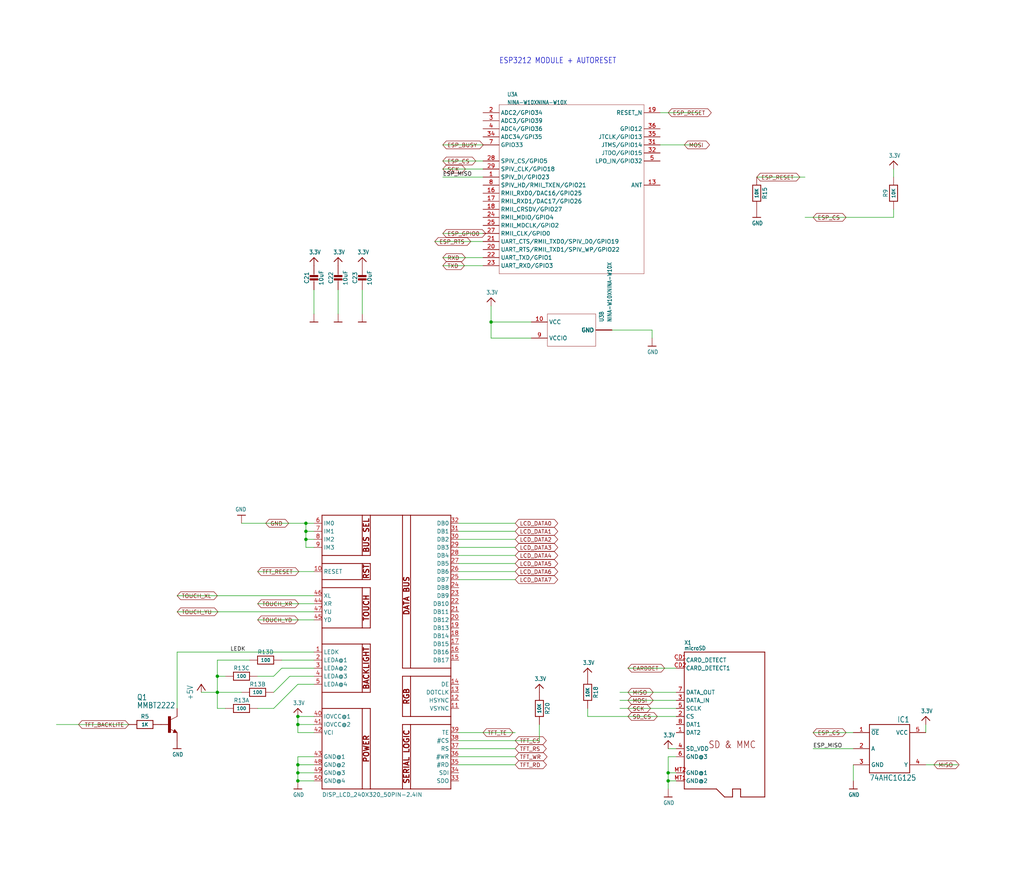
<source format=kicad_sch>
(kicad_sch (version 20230121) (generator eeschema)
  (paper "User" 323.113 274.422)
  (lib_symbols
    (symbol "working-eagle-import:-NPN-SOT23-BEC"
      (property "Reference" "T" (at -10.16 7.62 0))
      (symbol "-NPN-SOT23-BEC_1_0"
        (rectangle (start -0.254 -2.54) (end 0.508 2.54) (fill (type outline)))
        (polyline (pts (xy 1.27 -2.54) (xy 1.778 -1.524)) (stroke (width 0.1524)))
        (polyline (pts (xy 1.524 -2.413) (xy 2.286 -2.413)) (stroke (width 0.254)))
        (polyline (pts (xy 1.524 -2.286) (xy 1.905 -2.286)) (stroke (width 0.254)))
        (polyline (pts (xy 1.54 -2.04) (xy 0.308 -1.424)) (stroke (width 0.1524)))
        (polyline (pts (xy 1.778 -1.778) (xy 1.524 -2.286)) (stroke (width 0.254)))
        (polyline (pts (xy 1.778 -1.524) (xy 2.54 -2.54)) (stroke (width 0.1524)))
        (polyline (pts (xy 1.905 -2.286) (xy 1.778 -2.032)) (stroke (width 0.254)))
        (polyline (pts (xy 2.286 -2.413) (xy 1.778 -1.778)) (stroke (width 0.254)))
        (polyline (pts (xy 2.54 -2.54) (xy 1.27 -2.54)) (stroke (width 0.1524)))
        (polyline (pts (xy 2.54 2.54) (xy 0.508 1.524)) (stroke (width 0.1524)))
        (pin passive line (at -2.54 0 0) (length 2.54) (name "B") (number "B"))
        (pin passive line (at 2.54 5.08 270) (length 2.54) (name "C") (number "C"))
        (pin passive line (at 2.54 -5.08 90) (length 2.54) (name "E") (number "E"))
      )
    )
    (symbol "working-eagle-import:3.3V" (power)
      (property "Value" "3.3V" (at -1.524 1.016 0))
      (symbol "3.3V_1_0"
        (polyline (pts (xy -1.27 -1.27) (xy 0 0)) (stroke (width 0.254)))
        (polyline (pts (xy 0 0) (xy 1.27 -1.27)) (stroke (width 0.254)))
        (pin power_in line (at 0 -2.54 90) (length 2.54) (name "3.3V") (number "1"))
      )
    )
    (symbol "working-eagle-import:74AHC1G125"
      (property "Reference" "IC" (at 7.62 10.16 0))
      (symbol "74AHC1G125_1_0"
        (polyline (pts (xy -5.08 -7.62) (xy -5.08 7.62)) (stroke (width 0.254)))
        (polyline (pts (xy -5.08 7.62) (xy 7.62 7.62)) (stroke (width 0.254)))
        (polyline (pts (xy 7.62 -7.62) (xy -5.08 -7.62)) (stroke (width 0.254)))
        (polyline (pts (xy 7.62 7.62) (xy 7.62 -7.62)) (stroke (width 0.254)))
        (pin input line (at -10.16 5.08 0) (length 5.08) (name "~{OE}") (number "1"))
        (pin input line (at -10.16 0 0) (length 5.08) (name "A") (number "2"))
        (pin power_in line (at -10.16 -5.08 0) (length 5.08) (name "GND") (number "3"))
        (pin output line (at 12.7 -5.08 180) (length 5.08) (name "Y") (number "4"))
        (pin power_in line (at 12.7 5.08 180) (length 5.08) (name "VCC") (number "5"))
      )
    )
    (symbol "working-eagle-import:CAP_CERAMIC0805-NOOUTLINE"
      (property "Reference" "C" (at -2.29 1.25 90))
      (symbol "CAP_CERAMIC0805-NOOUTLINE_1_0"
        (rectangle (start -1.27 0.508) (end 1.27 1.016) (fill (type outline)))
        (rectangle (start -1.27 1.524) (end 1.27 2.032) (fill (type outline)))
        (polyline (pts (xy 0 0.762) (xy 0 0)) (stroke (width 0.1524)))
        (polyline (pts (xy 0 2.54) (xy 0 1.778)) (stroke (width 0.1524)))
        (pin passive line (at 0 5.08 270) (length 2.54) (name "1") (number "1"))
        (pin passive line (at 0 -2.54 90) (length 2.54) (name "2") (number "2"))
      )
    )
    (symbol "working-eagle-import:DISP_LCD_240X320_50PIN-2.4IN"
      (symbol "DISP_LCD_240X320_50PIN-2.4IN_1_0"
        (polyline (pts (xy -20.32 -45.72) (xy -20.32 -20.32)) (stroke (width 0.254)))
        (polyline (pts (xy -20.32 -20.32) (xy -20.32 -15.24)) (stroke (width 0.254)))
        (polyline (pts (xy -20.32 -20.32) (xy -7.62 -20.32)) (stroke (width 0.254)))
        (polyline (pts (xy -20.32 -15.24) (xy -20.32 0)) (stroke (width 0.254)))
        (polyline (pts (xy -20.32 0) (xy -20.32 5.08)) (stroke (width 0.254)))
        (polyline (pts (xy -20.32 0) (xy -7.62 0)) (stroke (width 0.254)))
        (polyline (pts (xy -20.32 5.08) (xy -20.32 17.78)) (stroke (width 0.254)))
        (polyline (pts (xy -20.32 17.78) (xy -20.32 20.32)) (stroke (width 0.254)))
        (polyline (pts (xy -20.32 17.78) (xy -7.62 17.78)) (stroke (width 0.254)))
        (polyline (pts (xy -20.32 20.32) (xy -20.32 25.4)) (stroke (width 0.254)))
        (polyline (pts (xy -20.32 25.4) (xy -20.32 27.94)) (stroke (width 0.254)))
        (polyline (pts (xy -20.32 25.4) (xy -7.62 25.4)) (stroke (width 0.254)))
        (polyline (pts (xy -20.32 27.94) (xy -20.32 40.64)) (stroke (width 0.254)))
        (polyline (pts (xy -20.32 27.94) (xy -7.62 27.94)) (stroke (width 0.254)))
        (polyline (pts (xy -20.32 40.64) (xy -7.62 40.64)) (stroke (width 0.254)))
        (polyline (pts (xy -7.62 -45.72) (xy -20.32 -45.72)) (stroke (width 0.254)))
        (polyline (pts (xy -7.62 -20.32) (xy -7.62 -45.72)) (stroke (width 0.254)))
        (polyline (pts (xy -7.62 -20.32) (xy -5.08 -20.32)) (stroke (width 0.254)))
        (polyline (pts (xy -7.62 -15.24) (xy -20.32 -15.24)) (stroke (width 0.254)))
        (polyline (pts (xy -7.62 0) (xy -7.62 -15.24)) (stroke (width 0.254)))
        (polyline (pts (xy -7.62 0) (xy -5.08 0)) (stroke (width 0.254)))
        (polyline (pts (xy -7.62 5.08) (xy -20.32 5.08)) (stroke (width 0.254)))
        (polyline (pts (xy -7.62 17.78) (xy -7.62 5.08)) (stroke (width 0.254)))
        (polyline (pts (xy -7.62 17.78) (xy -5.08 17.78)) (stroke (width 0.254)))
        (polyline (pts (xy -7.62 20.32) (xy -20.32 20.32)) (stroke (width 0.254)))
        (polyline (pts (xy -7.62 25.4) (xy -7.62 20.32)) (stroke (width 0.254)))
        (polyline (pts (xy -7.62 25.4) (xy -5.08 25.4)) (stroke (width 0.254)))
        (polyline (pts (xy -7.62 27.94) (xy -7.62 40.64)) (stroke (width 0.254)))
        (polyline (pts (xy -7.62 27.94) (xy -5.08 27.94)) (stroke (width 0.254)))
        (polyline (pts (xy -7.62 40.64) (xy -5.08 40.64)) (stroke (width 0.254)))
        (polyline (pts (xy -5.08 -45.72) (xy -7.62 -45.72)) (stroke (width 0.254)))
        (polyline (pts (xy -5.08 -20.32) (xy -5.08 -45.72)) (stroke (width 0.254)))
        (polyline (pts (xy -5.08 -15.24) (xy -7.62 -15.24)) (stroke (width 0.254)))
        (polyline (pts (xy -5.08 0) (xy -5.08 -15.24)) (stroke (width 0.254)))
        (polyline (pts (xy -5.08 5.08) (xy -7.62 5.08)) (stroke (width 0.254)))
        (polyline (pts (xy -5.08 17.78) (xy -5.08 5.08)) (stroke (width 0.254)))
        (polyline (pts (xy -5.08 20.32) (xy -7.62 20.32)) (stroke (width 0.254)))
        (polyline (pts (xy -5.08 25.4) (xy -5.08 20.32)) (stroke (width 0.254)))
        (polyline (pts (xy -5.08 27.94) (xy -5.08 40.64)) (stroke (width 0.254)))
        (polyline (pts (xy -5.08 40.64) (xy 5.08 40.64)) (stroke (width 0.254)))
        (polyline (pts (xy 5.08 -45.72) (xy -5.08 -45.72)) (stroke (width 0.254)))
        (polyline (pts (xy 5.08 -25.4) (xy 5.08 -45.72)) (stroke (width 0.254)))
        (polyline (pts (xy 5.08 -22.86) (xy 5.08 -10.16)) (stroke (width 0.254)))
        (polyline (pts (xy 5.08 -10.16) (xy 7.62 -10.16)) (stroke (width 0.254)))
        (polyline (pts (xy 5.08 -7.62) (xy 5.08 40.64)) (stroke (width 0.254)))
        (polyline (pts (xy 5.08 40.64) (xy 7.62 40.64)) (stroke (width 0.254)))
        (polyline (pts (xy 7.62 -45.72) (xy 5.08 -45.72)) (stroke (width 0.254)))
        (polyline (pts (xy 7.62 -25.4) (xy 5.08 -25.4)) (stroke (width 0.254)))
        (polyline (pts (xy 7.62 -25.4) (xy 7.62 -45.72)) (stroke (width 0.254)))
        (polyline (pts (xy 7.62 -22.86) (xy 5.08 -22.86)) (stroke (width 0.254)))
        (polyline (pts (xy 7.62 -22.86) (xy 7.62 -10.16)) (stroke (width 0.254)))
        (polyline (pts (xy 7.62 -10.16) (xy 20.32 -10.16)) (stroke (width 0.254)))
        (polyline (pts (xy 7.62 -7.62) (xy 5.08 -7.62)) (stroke (width 0.254)))
        (polyline (pts (xy 7.62 -7.62) (xy 7.62 40.64)) (stroke (width 0.254)))
        (polyline (pts (xy 7.62 40.64) (xy 20.32 40.64)) (stroke (width 0.254)))
        (polyline (pts (xy 20.32 -45.72) (xy 7.62 -45.72)) (stroke (width 0.254)))
        (polyline (pts (xy 20.32 -25.4) (xy 7.62 -25.4)) (stroke (width 0.254)))
        (polyline (pts (xy 20.32 -25.4) (xy 20.32 -45.72)) (stroke (width 0.254)))
        (polyline (pts (xy 20.32 -22.86) (xy 7.62 -22.86)) (stroke (width 0.254)))
        (polyline (pts (xy 20.32 -22.86) (xy 20.32 -25.4)) (stroke (width 0.254)))
        (polyline (pts (xy 20.32 -10.16) (xy 20.32 -22.86)) (stroke (width 0.254)))
        (polyline (pts (xy 20.32 -7.62) (xy 7.62 -7.62)) (stroke (width 0.254)))
        (polyline (pts (xy 20.32 -7.62) (xy 20.32 -10.16)) (stroke (width 0.254)))
        (polyline (pts (xy 20.32 40.64) (xy 20.32 -7.62)) (stroke (width 0.254)))
        (text "BACKLIGHT" (at -6.35 -7.62 900) (effects (font (size 1.6764 1.6764) (thickness 0.3353) bold)))
        (text "BUS SEL" (at -6.35 34.29 900) (effects (font (size 1.6764 1.6764) (thickness 0.3353) bold)))
        (text "DATA BUS" (at 6.35 15.24 900) (effects (font (size 1.6764 1.6764) (thickness 0.3353) bold)))
        (text "POWER" (at -6.35 -33.02 900) (effects (font (size 1.6764 1.6764) (thickness 0.3353) bold)))
        (text "RGB" (at 6.35 -16.51 900) (effects (font (size 1.6764 1.6764) (thickness 0.3353) bold)))
        (text "RST" (at -6.35 22.86 900) (effects (font (size 1.6764 1.6764) (thickness 0.3353) bold)))
        (text "SERIAL LOGIC" (at 6.35 -35.56 900) (effects (font (size 1.6764 1.6764) (thickness 0.3353) bold)))
        (text "TOUCH" (at -6.35 11.43 900) (effects (font (size 1.6764 1.6764) (thickness 0.3353) bold)))
        (pin bidirectional line (at -22.86 -2.54 0) (length 2.54) (name "LEDK") (number "1"))
        (pin bidirectional line (at -22.86 22.86 0) (length 2.54) (name "RESET") (number "10"))
        (pin bidirectional line (at 22.86 -20.32 180) (length 2.54) (name "VSYNC") (number "11"))
        (pin bidirectional line (at 22.86 -17.78 180) (length 2.54) (name "HSYNC") (number "12"))
        (pin bidirectional line (at 22.86 -15.24 180) (length 2.54) (name "DOTCLK") (number "13"))
        (pin bidirectional line (at 22.86 -12.7 180) (length 2.54) (name "DE") (number "14"))
        (pin bidirectional line (at 22.86 -5.08 180) (length 2.54) (name "DB17") (number "15"))
        (pin bidirectional line (at 22.86 -2.54 180) (length 2.54) (name "DB16") (number "16"))
        (pin bidirectional line (at 22.86 0 180) (length 2.54) (name "DB15") (number "17"))
        (pin bidirectional line (at 22.86 2.54 180) (length 2.54) (name "DB14") (number "18"))
        (pin bidirectional line (at 22.86 5.08 180) (length 2.54) (name "DB13") (number "19"))
        (pin bidirectional line (at -22.86 -5.08 0) (length 2.54) (name "LEDA@1") (number "2"))
        (pin bidirectional line (at 22.86 7.62 180) (length 2.54) (name "DB12") (number "20"))
        (pin bidirectional line (at 22.86 10.16 180) (length 2.54) (name "DB11") (number "21"))
        (pin bidirectional line (at 22.86 12.7 180) (length 2.54) (name "DB10") (number "22"))
        (pin bidirectional line (at 22.86 15.24 180) (length 2.54) (name "DB9") (number "23"))
        (pin bidirectional line (at 22.86 17.78 180) (length 2.54) (name "DB8") (number "24"))
        (pin bidirectional line (at 22.86 20.32 180) (length 2.54) (name "DB7") (number "25"))
        (pin bidirectional line (at 22.86 22.86 180) (length 2.54) (name "DB6") (number "26"))
        (pin bidirectional line (at 22.86 25.4 180) (length 2.54) (name "DB5") (number "27"))
        (pin bidirectional line (at 22.86 27.94 180) (length 2.54) (name "DB4") (number "28"))
        (pin bidirectional line (at 22.86 30.48 180) (length 2.54) (name "DB3") (number "29"))
        (pin bidirectional line (at -22.86 -7.62 0) (length 2.54) (name "LEDA@2") (number "3"))
        (pin bidirectional line (at 22.86 33.02 180) (length 2.54) (name "DB2") (number "30"))
        (pin bidirectional line (at 22.86 35.56 180) (length 2.54) (name "DB1") (number "31"))
        (pin bidirectional line (at 22.86 38.1 180) (length 2.54) (name "DB0") (number "32"))
        (pin bidirectional line (at 22.86 -43.18 180) (length 2.54) (name "SDO") (number "33"))
        (pin bidirectional line (at 22.86 -40.64 180) (length 2.54) (name "SDI") (number "34"))
        (pin bidirectional line (at 22.86 -38.1 180) (length 2.54) (name "#RD") (number "35"))
        (pin bidirectional line (at 22.86 -35.56 180) (length 2.54) (name "#WR") (number "36"))
        (pin bidirectional line (at 22.86 -33.02 180) (length 2.54) (name "RS") (number "37"))
        (pin bidirectional line (at 22.86 -30.48 180) (length 2.54) (name "#CS") (number "38"))
        (pin bidirectional line (at 22.86 -27.94 180) (length 2.54) (name "TE") (number "39"))
        (pin bidirectional line (at -22.86 -10.16 0) (length 2.54) (name "LEDA@3") (number "4"))
        (pin bidirectional line (at -22.86 -22.86 0) (length 2.54) (name "IOVCC@1") (number "40"))
        (pin bidirectional line (at -22.86 -25.4 0) (length 2.54) (name "IOVCC@2") (number "41"))
        (pin bidirectional line (at -22.86 -27.94 0) (length 2.54) (name "VCI") (number "42"))
        (pin bidirectional line (at -22.86 -35.56 0) (length 2.54) (name "GND@1") (number "43"))
        (pin bidirectional line (at -22.86 12.7 0) (length 2.54) (name "XR") (number "44"))
        (pin bidirectional line (at -22.86 7.62 0) (length 2.54) (name "YD") (number "45"))
        (pin bidirectional line (at -22.86 15.24 0) (length 2.54) (name "XL") (number "46"))
        (pin bidirectional line (at -22.86 10.16 0) (length 2.54) (name "YU") (number "47"))
        (pin bidirectional line (at -22.86 -38.1 0) (length 2.54) (name "GND@2") (number "48"))
        (pin bidirectional line (at -22.86 -40.64 0) (length 2.54) (name "GND@3") (number "49"))
        (pin bidirectional line (at -22.86 -12.7 0) (length 2.54) (name "LEDA@4") (number "5"))
        (pin bidirectional line (at -22.86 -43.18 0) (length 2.54) (name "GND@4") (number "50"))
        (pin bidirectional line (at -22.86 38.1 0) (length 2.54) (name "IM0") (number "6"))
        (pin bidirectional line (at -22.86 35.56 0) (length 2.54) (name "IM1") (number "7"))
        (pin bidirectional line (at -22.86 33.02 0) (length 2.54) (name "IM2") (number "8"))
        (pin bidirectional line (at -22.86 30.48 0) (length 2.54) (name "IM3") (number "9"))
      )
    )
    (symbol "working-eagle-import:GND" (power)
      (property "Value" "GND" (at -1.524 -2.54 0))
      (symbol "GND_1_0"
        (polyline (pts (xy -1.27 0) (xy 1.27 0)) (stroke (width 0.254)))
        (pin power_in line (at 0 2.54 270) (length 2.54) (name "GND") (number "1"))
      )
    )
    (symbol "working-eagle-import:MICROSD"
      (property "Reference" "X" (at -12.7 22.606 0))
      (symbol "MICROSD_1_0"
        (polyline (pts (xy -12.7 -22.86) (xy -2.54 -22.86)) (stroke (width 0.254)))
        (polyline (pts (xy -12.7 20.32) (xy -12.7 -22.86)) (stroke (width 0.254)))
        (polyline (pts (xy -2.54 -22.86) (xy 0 -25.4)) (stroke (width 0.254)))
        (polyline (pts (xy 0 -25.4) (xy 2.54 -25.4)) (stroke (width 0.254)))
        (polyline (pts (xy 2.54 -25.4) (xy 2.54 -22.86)) (stroke (width 0.254)))
        (polyline (pts (xy 2.54 -22.86) (xy 5.08 -22.86)) (stroke (width 0.254)))
        (polyline (pts (xy 5.08 -25.4) (xy 12.7 -25.4)) (stroke (width 0.254)))
        (polyline (pts (xy 5.08 -22.86) (xy 5.08 -25.4)) (stroke (width 0.254)))
        (polyline (pts (xy 12.7 -25.4) (xy 12.7 20.32)) (stroke (width 0.254)))
        (polyline (pts (xy 12.7 20.32) (xy -12.7 20.32)) (stroke (width 0.254)))
        (text "SD & MMC" (at -5.08 -10.16 0) (effects (font (size 2.1844 1.8567)) (justify left bottom)))
        (pin bidirectional line (at -15.24 -5.08 0) (length 2.54) (name "DAT2") (number "1"))
        (pin input line (at -15.24 0 0) (length 2.54) (name "CS") (number "2"))
        (pin input line (at -15.24 5.08 0) (length 2.54) (name "DATA_IN") (number "3"))
        (pin power_in line (at -15.24 -10.16 0) (length 2.54) (name "SD_VDD") (number "4"))
        (pin input line (at -15.24 2.54 0) (length 2.54) (name "SCLK") (number "5"))
        (pin power_in line (at -15.24 -12.7 0) (length 2.54) (name "GND@3") (number "6"))
        (pin output line (at -15.24 7.62 0) (length 2.54) (name "DATA_OUT") (number "7"))
        (pin bidirectional line (at -15.24 -2.54 0) (length 2.54) (name "DAT1") (number "8"))
        (pin passive line (at -15.24 17.78 0) (length 2.54) (name "CARD_DETECT") (number "CD1"))
        (pin passive line (at -15.24 15.24 0) (length 2.54) (name "CARD_DETECT1") (number "CD2"))
        (pin power_in line (at -15.24 -20.32 0) (length 2.54) (name "GND@2") (number "MT1"))
        (pin power_in line (at -15.24 -17.78 0) (length 2.54) (name "GND@1") (number "MT2"))
      )
    )
    (symbol "working-eagle-import:NINA-W10XNINA-W10X"
      (property "Reference" "U" (at 2.54 -10.16 0))
      (symbol "NINA-W10XNINA-W10X_1_0"
        (polyline (pts (xy -22.86 -27.94) (xy 22.86 -27.94)) (stroke (width 0.1)))
        (polyline (pts (xy -22.86 25.4) (xy -22.86 -27.94)) (stroke (width 0.1)))
        (polyline (pts (xy 22.86 -27.94) (xy 22.86 25.4)) (stroke (width 0.1)))
        (polyline (pts (xy 22.86 25.4) (xy -22.86 25.4)) (stroke (width 0.1)))
        (pin bidirectional line (at -27.94 2.54 0) (length 5.08) (name "SPIV_DI/GPIO23") (number "1"))
        (pin bidirectional line (at 27.94 0 180) (length 5.08) (name "ANT") (number "13"))
        (pin bidirectional line (at -27.94 -2.54 0) (length 5.08) (name "RMII_RXD0/DAC16/GPIO25") (number "16"))
        (pin bidirectional line (at -27.94 -5.08 0) (length 5.08) (name "RMII_RXD1/DAC17/GPIO26") (number "17"))
        (pin bidirectional line (at -27.94 -7.62 0) (length 5.08) (name "RMII_CRSDV/GPIO27") (number "18"))
        (pin bidirectional line (at 27.94 22.86 180) (length 5.08) (name "RESET_N") (number "19"))
        (pin bidirectional line (at -27.94 22.86 0) (length 5.08) (name "ADC2/GPIO34") (number "2"))
        (pin bidirectional line (at -27.94 -20.32 0) (length 5.08) (name "UART_RTS/RMII_TXD1/SPIV_WP/GPIO22") (number "20"))
        (pin bidirectional line (at -27.94 -17.78 0) (length 5.08) (name "UART_CTS/RMII_TXD0/SPIV_D0/GPIO19") (number "21"))
        (pin bidirectional line (at -27.94 -22.86 0) (length 5.08) (name "UART_TXD/GPIO1") (number "22"))
        (pin bidirectional line (at -27.94 -25.4 0) (length 5.08) (name "UART_RXD/GPIO3") (number "23"))
        (pin bidirectional line (at -27.94 -10.16 0) (length 5.08) (name "RMII_MDIO/GPIO4") (number "24"))
        (pin bidirectional line (at -27.94 -12.7 0) (length 5.08) (name "RMII_MDCLK/GPIO2") (number "25"))
        (pin bidirectional line (at -27.94 -15.24 0) (length 5.08) (name "RMII_CLK/GPIO0") (number "27"))
        (pin bidirectional line (at -27.94 7.62 0) (length 5.08) (name "SPIV_CS/GPIO5") (number "28"))
        (pin bidirectional line (at -27.94 5.08 0) (length 5.08) (name "SPIV_CLK/GPIO18") (number "29"))
        (pin bidirectional line (at -27.94 20.32 0) (length 5.08) (name "ADC3/GPIO39") (number "3"))
        (pin bidirectional line (at 27.94 12.7 180) (length 5.08) (name "JTMS/GPIO14") (number "31"))
        (pin bidirectional line (at 27.94 10.16 180) (length 5.08) (name "JTDO/GPIO15") (number "32"))
        (pin bidirectional line (at -27.94 15.24 0) (length 5.08) (name "ADC34/GPI35") (number "34"))
        (pin bidirectional line (at 27.94 15.24 180) (length 5.08) (name "JTCLK/GPIO13") (number "35"))
        (pin bidirectional line (at 27.94 17.78 180) (length 5.08) (name "GPIO12") (number "36"))
        (pin bidirectional line (at -27.94 17.78 0) (length 5.08) (name "ADC4/GPIO36") (number "4"))
        (pin bidirectional line (at 27.94 7.62 180) (length 5.08) (name "LPO_IN/GPIO32") (number "5"))
        (pin bidirectional line (at -27.94 12.7 0) (length 5.08) (name "GPIO33") (number "7"))
        (pin bidirectional line (at -27.94 0 0) (length 5.08) (name "SPIV_HD/RMII_TXEN/GPIO21") (number "8"))
      )
      (symbol "NINA-W10XNINA-W10X_2_0"
        (polyline (pts (xy -5.08 -7.62) (xy 5.08 -7.62)) (stroke (width 0.1)))
        (polyline (pts (xy -5.08 7.62) (xy -5.08 -7.62)) (stroke (width 0.1)))
        (polyline (pts (xy 5.08 -7.62) (xy 5.08 7.62)) (stroke (width 0.1)))
        (polyline (pts (xy 5.08 7.62) (xy -5.08 7.62)) (stroke (width 0.1)))
        (pin bidirectional line (at 2.54 12.7 270) (length 5.08) (name "VCC") (number "10"))
        (pin bidirectional line (at 0 -12.7 90) (length 5.08) (name "GND") (number "12"))
        (pin bidirectional line (at 0 -12.7 90) (length 5.08) (name "GND") (number "14"))
        (pin bidirectional line (at 0 -12.7 90) (length 5.08) (name "GND") (number "26"))
        (pin bidirectional line (at 0 -12.7 90) (length 5.08) (name "GND") (number "30"))
        (pin bidirectional line (at 0 -12.7 90) (length 5.08) (name "GND") (number "6"))
        (pin bidirectional line (at -2.54 12.7 270) (length 5.08) (name "VCCIO") (number "9"))
        (pin bidirectional line (at 0 -12.7 90) (length 5.08) (name "GND") (number "GND@1"))
        (pin bidirectional line (at 0 -12.7 90) (length 5.08) (name "GND") (number "GND@10"))
        (pin bidirectional line (at 0 -12.7 90) (length 5.08) (name "GND") (number "GND@11"))
        (pin bidirectional line (at 0 -12.7 90) (length 5.08) (name "GND") (number "GND@12"))
        (pin bidirectional line (at 0 -12.7 90) (length 5.08) (name "GND") (number "GND@2"))
        (pin bidirectional line (at 0 -12.7 90) (length 5.08) (name "GND") (number "GND@3"))
        (pin bidirectional line (at 0 -12.7 90) (length 5.08) (name "GND") (number "GND@4"))
        (pin bidirectional line (at 0 -12.7 90) (length 5.08) (name "GND") (number "GND@5"))
        (pin bidirectional line (at 0 -12.7 90) (length 5.08) (name "GND") (number "GND@6"))
        (pin bidirectional line (at 0 -12.7 90) (length 5.08) (name "GND") (number "GND@7"))
        (pin bidirectional line (at 0 -12.7 90) (length 5.08) (name "GND") (number "GND@8"))
        (pin bidirectional line (at 0 -12.7 90) (length 5.08) (name "GND") (number "GND@9"))
      )
    )
    (symbol "working-eagle-import:RESISTOR_0603_NOOUT"
      (property "Reference" "R" (at 0 2.54 0))
      (symbol "RESISTOR_0603_NOOUT_1_0"
        (polyline (pts (xy -2.54 -1.27) (xy -2.54 1.27)) (stroke (width 0.254)))
        (polyline (pts (xy -2.54 1.27) (xy 2.54 1.27)) (stroke (width 0.254)))
        (polyline (pts (xy 2.54 -1.27) (xy -2.54 -1.27)) (stroke (width 0.254)))
        (polyline (pts (xy 2.54 1.27) (xy 2.54 -1.27)) (stroke (width 0.254)))
        (pin passive line (at -5.08 0 0) (length 2.54) (name "1") (number "1"))
        (pin passive line (at 5.08 0 180) (length 2.54) (name "2") (number "2"))
      )
    )
    (symbol "working-eagle-import:RESISTOR_4PACK"
      (property "Reference" "R" (at 0 2.54 0))
      (symbol "RESISTOR_4PACK_1_0"
        (polyline (pts (xy -2.54 -1.27) (xy -2.54 1.27)) (stroke (width 0.254)))
        (polyline (pts (xy -2.54 1.27) (xy 2.54 1.27)) (stroke (width 0.254)))
        (polyline (pts (xy 2.54 -1.27) (xy -2.54 -1.27)) (stroke (width 0.254)))
        (polyline (pts (xy 2.54 1.27) (xy 2.54 -1.27)) (stroke (width 0.254)))
        (pin passive line (at -5.08 0 0) (length 2.54) (name "1") (number "1"))
        (pin passive line (at 5.08 0 180) (length 2.54) (name "2") (number "8"))
      )
      (symbol "RESISTOR_4PACK_2_0"
        (polyline (pts (xy -2.54 -1.27) (xy -2.54 1.27)) (stroke (width 0.254)))
        (polyline (pts (xy -2.54 1.27) (xy 2.54 1.27)) (stroke (width 0.254)))
        (polyline (pts (xy 2.54 -1.27) (xy -2.54 -1.27)) (stroke (width 0.254)))
        (polyline (pts (xy 2.54 1.27) (xy 2.54 -1.27)) (stroke (width 0.254)))
        (pin passive line (at -5.08 0 0) (length 2.54) (name "1") (number "2"))
        (pin passive line (at 5.08 0 180) (length 2.54) (name "2") (number "7"))
      )
      (symbol "RESISTOR_4PACK_3_0"
        (polyline (pts (xy -2.54 -1.27) (xy -2.54 1.27)) (stroke (width 0.254)))
        (polyline (pts (xy -2.54 1.27) (xy 2.54 1.27)) (stroke (width 0.254)))
        (polyline (pts (xy 2.54 -1.27) (xy -2.54 -1.27)) (stroke (width 0.254)))
        (polyline (pts (xy 2.54 1.27) (xy 2.54 -1.27)) (stroke (width 0.254)))
        (pin passive line (at -5.08 0 0) (length 2.54) (name "1") (number "3"))
        (pin passive line (at 5.08 0 180) (length 2.54) (name "2") (number "6"))
      )
      (symbol "RESISTOR_4PACK_4_0"
        (polyline (pts (xy -2.54 -1.27) (xy -2.54 1.27)) (stroke (width 0.254)))
        (polyline (pts (xy -2.54 1.27) (xy 2.54 1.27)) (stroke (width 0.254)))
        (polyline (pts (xy 2.54 -1.27) (xy -2.54 -1.27)) (stroke (width 0.254)))
        (polyline (pts (xy 2.54 1.27) (xy 2.54 -1.27)) (stroke (width 0.254)))
        (pin passive line (at -5.08 0 0) (length 2.54) (name "1") (number "4"))
        (pin passive line (at 5.08 0 180) (length 2.54) (name "2") (number "5"))
      )
    )
    (symbol "working-eagle-import:supply1_+5V" (power)
      (property "Value" "supply1_+5V" (at -2.54 -5.08 90))
      (symbol "supply1_+5V_1_0"
        (polyline (pts (xy 0 0) (xy -1.27 -1.905)) (stroke (width 0.254)))
        (polyline (pts (xy 1.27 -1.905) (xy 0 0)) (stroke (width 0.254)))
        (pin power_in line (at 0 -2.54 90) (length 2.54) (name "+5V") (number "1"))
      )
    )
  )
  (junction (at 68.58 218.44))
  (junction (at 93.98 246.38))
  (junction (at 93.98 226.06))
  (junction (at 93.98 243.84))
  (junction (at 96.52 167.64))
  (junction (at 210.82 243.84))
  (junction (at 93.98 228.6))
  (junction (at 68.58 213.36))
  (junction (at 96.52 170.18))
  (junction (at 96.52 165.1))
  (junction (at 210.82 246.38))
  (junction (at 93.98 241.3))
  (junction (at 154.94 101.6))
  (wire (pts (xy 99.06 238.76) (xy 93.98 238.76)) (stroke (width 0.1524)))
  (wire (pts (xy 152.4 50.8) (xy 139.7 50.8)) (stroke (width 0.1524)))
  (wire (pts (xy 154.94 106.68) (xy 154.94 101.6)) (stroke (width 0.1524)))
  (wire (pts (xy 281.94 66.04) (xy 281.94 68.58)) (stroke (width 0.1524)))
  (wire (pts (xy 99.06 167.64) (xy 96.52 167.64)) (stroke (width 0.1524)))
  (wire (pts (xy 152.4 45.72) (xy 139.7 45.72)) (stroke (width 0.1524)))
  (wire (pts (xy 86.36 218.44) (xy 91.44 213.36)) (stroke (width 0.1524)))
  (wire (pts (xy 292.1 241.3) (xy 302.26 241.3)) (stroke (width 0.1524)))
  (wire (pts (xy 144.78 175.26) (xy 162.56 175.26)) (stroke (width 0.1524)))
  (wire (pts (xy 213.36 236.22) (xy 210.82 236.22)) (stroke (width 0.1524)))
  (wire (pts (xy 99.06 231.14) (xy 93.98 231.14)) (stroke (width 0.1524)))
  (wire (pts (xy 93.98 226.06) (xy 93.98 228.6)) (stroke (width 0.1524)))
  (wire (pts (xy 68.58 223.52) (xy 68.58 218.44)) (stroke (width 0.1524)))
  (wire (pts (xy 86.36 223.52) (xy 93.98 215.9)) (stroke (width 0.1524)))
  (wire (pts (xy 55.88 205.74) (xy 99.06 205.74)) (stroke (width 0.1524)))
  (wire (pts (xy 193.04 104.14) (xy 205.74 104.14)) (stroke (width 0.1524)))
  (wire (pts (xy 213.36 210.82) (xy 198.12 210.82)) (stroke (width 0.1524)))
  (wire (pts (xy 170.18 233.68) (xy 170.18 228.6)) (stroke (width 0.1524)))
  (wire (pts (xy 254 55.88) (xy 238.76 55.88)) (stroke (width 0.1524)))
  (wire (pts (xy 81.28 213.36) (xy 86.36 213.36)) (stroke (width 0.1524)))
  (wire (pts (xy 81.28 223.52) (xy 86.36 223.52)) (stroke (width 0.1524)))
  (wire (pts (xy 144.78 170.18) (xy 162.56 170.18)) (stroke (width 0.1524)))
  (wire (pts (xy 144.78 182.88) (xy 162.56 182.88)) (stroke (width 0.1524)))
  (wire (pts (xy 99.06 170.18) (xy 96.52 170.18)) (stroke (width 0.1524)))
  (wire (pts (xy 93.98 246.38) (xy 99.06 246.38)) (stroke (width 0.1524)))
  (wire (pts (xy 213.36 223.52) (xy 195.58 223.52)) (stroke (width 0.1524)))
  (wire (pts (xy 99.06 243.84) (xy 93.98 243.84)) (stroke (width 0.1524)))
  (wire (pts (xy 106.68 91.44) (xy 106.68 99.06)) (stroke (width 0.1524)))
  (wire (pts (xy 114.3 91.44) (xy 114.3 99.06)) (stroke (width 0.1524)))
  (wire (pts (xy 91.44 213.36) (xy 99.06 213.36)) (stroke (width 0.1524)))
  (wire (pts (xy 55.88 193.04) (xy 99.06 193.04)) (stroke (width 0.1524)))
  (wire (pts (xy 99.06 165.1) (xy 96.52 165.1)) (stroke (width 0.1524)))
  (wire (pts (xy 152.4 81.28) (xy 139.7 81.28)) (stroke (width 0.1524)))
  (wire (pts (xy 154.94 101.6) (xy 154.94 96.52)) (stroke (width 0.1524)))
  (wire (pts (xy 213.36 220.98) (xy 195.58 220.98)) (stroke (width 0.1524)))
  (wire (pts (xy 96.52 167.64) (xy 96.52 165.1)) (stroke (width 0.1524)))
  (wire (pts (xy 99.06 195.58) (xy 81.28 195.58)) (stroke (width 0.1524)))
  (wire (pts (xy 93.98 238.76) (xy 93.98 241.3)) (stroke (width 0.1524)))
  (wire (pts (xy 99.06 190.5) (xy 81.28 190.5)) (stroke (width 0.1524)))
  (wire (pts (xy 213.36 238.76) (xy 210.82 238.76)) (stroke (width 0.1524)))
  (wire (pts (xy 144.78 180.34) (xy 162.56 180.34)) (stroke (width 0.1524)))
  (wire (pts (xy 185.42 226.06) (xy 213.36 226.06)) (stroke (width 0.1524)))
  (wire (pts (xy 152.4 76.2) (xy 137.16 76.2)) (stroke (width 0.1524)))
  (wire (pts (xy 167.64 101.6) (xy 154.94 101.6)) (stroke (width 0.1524)))
  (wire (pts (xy 254 68.58) (xy 281.94 68.58)) (stroke (width 0.1524)))
  (wire (pts (xy 93.98 228.6) (xy 99.06 228.6)) (stroke (width 0.1524)))
  (wire (pts (xy 205.74 104.14) (xy 205.74 106.68)) (stroke (width 0.1524)))
  (wire (pts (xy 144.78 165.1) (xy 162.56 165.1)) (stroke (width 0.1524)))
  (wire (pts (xy 167.64 106.68) (xy 154.94 106.68)) (stroke (width 0.1524)))
  (wire (pts (xy 96.52 172.72) (xy 99.06 172.72)) (stroke (width 0.1524)))
  (wire (pts (xy 210.82 243.84) (xy 213.36 243.84)) (stroke (width 0.1524)))
  (wire (pts (xy 81.28 180.34) (xy 99.06 180.34)) (stroke (width 0.1524)))
  (wire (pts (xy 86.36 213.36) (xy 88.9 210.82)) (stroke (width 0.1524)))
  (wire (pts (xy 281.94 55.88) (xy 281.94 53.34)) (stroke (width 0.1524)))
  (wire (pts (xy 256.54 236.22) (xy 269.24 236.22)) (stroke (width 0.1524)))
  (wire (pts (xy 213.36 246.38) (xy 210.82 246.38)) (stroke (width 0.1524)))
  (wire (pts (xy 144.78 236.22) (xy 162.56 236.22)) (stroke (width 0.1524)))
  (wire (pts (xy 210.82 246.38) (xy 210.82 243.84)) (stroke (width 0.1524)))
  (wire (pts (xy 210.82 238.76) (xy 210.82 243.84)) (stroke (width 0.1524)))
  (wire (pts (xy 144.78 231.14) (xy 162.56 231.14)) (stroke (width 0.1524)))
  (wire (pts (xy 185.42 226.06) (xy 185.42 223.52)) (stroke (width 0.1524)))
  (wire (pts (xy 99.06 226.06) (xy 93.98 226.06)) (stroke (width 0.1524)))
  (wire (pts (xy 68.58 218.44) (xy 68.58 213.36)) (stroke (width 0.1524)))
  (wire (pts (xy 292.1 228.6) (xy 292.1 231.14)) (stroke (width 0.1524)))
  (wire (pts (xy 96.52 165.1) (xy 76.2 165.1)) (stroke (width 0.1524)))
  (wire (pts (xy 55.88 187.96) (xy 99.06 187.96)) (stroke (width 0.1524)))
  (wire (pts (xy 71.12 213.36) (xy 68.58 213.36)) (stroke (width 0.1524)))
  (wire (pts (xy 68.58 208.28) (xy 78.74 208.28)) (stroke (width 0.1524)))
  (wire (pts (xy 208.28 45.72) (xy 220.98 45.72)) (stroke (width 0.1524)))
  (wire (pts (xy 144.78 172.72) (xy 162.56 172.72)) (stroke (width 0.1524)))
  (wire (pts (xy 152.4 73.66) (xy 139.7 73.66)) (stroke (width 0.1524)))
  (wire (pts (xy 88.9 208.28) (xy 99.06 208.28)) (stroke (width 0.1524)))
  (wire (pts (xy 256.54 231.14) (xy 269.24 231.14)) (stroke (width 0.1524)))
  (wire (pts (xy 68.58 218.44) (xy 76.2 218.44)) (stroke (width 0.1524)))
  (wire (pts (xy 152.4 83.82) (xy 139.7 83.82)) (stroke (width 0.1524)))
  (wire (pts (xy 93.98 241.3) (xy 93.98 243.84)) (stroke (width 0.1524)))
  (wire (pts (xy 93.98 231.14) (xy 93.98 228.6)) (stroke (width 0.1524)))
  (wire (pts (xy 269.24 241.3) (xy 269.24 246.38)) (stroke (width 0.1524)))
  (wire (pts (xy 88.9 210.82) (xy 99.06 210.82)) (stroke (width 0.1524)))
  (wire (pts (xy 152.4 53.34) (xy 139.7 53.34)) (stroke (width 0.1524)))
  (wire (pts (xy 99.06 91.44) (xy 99.06 99.06)) (stroke (width 0.1524)))
  (wire (pts (xy 144.78 233.68) (xy 170.18 233.68)) (stroke (width 0.1524)))
  (wire (pts (xy 144.78 238.76) (xy 162.56 238.76)) (stroke (width 0.1524)))
  (wire (pts (xy 71.12 223.52) (xy 68.58 223.52)) (stroke (width 0.1524)))
  (wire (pts (xy 99.06 241.3) (xy 93.98 241.3)) (stroke (width 0.1524)))
  (wire (pts (xy 55.88 223.52) (xy 55.88 205.74)) (stroke (width 0.1524)))
  (wire (pts (xy 68.58 213.36) (xy 68.58 208.28)) (stroke (width 0.1524)))
  (wire (pts (xy 152.4 55.88) (xy 139.7 55.88)) (stroke (width 0.1524)))
  (wire (pts (xy 144.78 167.64) (xy 162.56 167.64)) (stroke (width 0.1524)))
  (wire (pts (xy 93.98 243.84) (xy 93.98 246.38)) (stroke (width 0.1524)))
  (wire (pts (xy 96.52 167.64) (xy 96.52 170.18)) (stroke (width 0.1524)))
  (wire (pts (xy 144.78 177.8) (xy 162.56 177.8)) (stroke (width 0.1524)))
  (wire (pts (xy 210.82 246.38) (xy 210.82 248.92)) (stroke (width 0.1524)))
  (wire (pts (xy 17.78 228.6) (xy 40.64 228.6)) (stroke (width 0.1524)))
  (wire (pts (xy 144.78 241.3) (xy 162.56 241.3)) (stroke (width 0.1524)))
  (wire (pts (xy 208.28 35.56) (xy 220.98 35.56)) (stroke (width 0.1524)))
  (wire (pts (xy 93.98 215.9) (xy 99.06 215.9)) (stroke (width 0.1524)))
  (wire (pts (xy 96.52 170.18) (xy 96.52 172.72)) (stroke (width 0.1524)))
  (wire (pts (xy 195.58 218.44) (xy 213.36 218.44)) (stroke (width 0.1524)))
  (wire (pts (xy 68.58 218.44) (xy 63.5 218.44)) (stroke (width 0.1524)))
  (text "ESP3212 MODULE + AUTORESET" (at 157.48 20.32 0) (effects (font (size 1.778 1.5113)) (justify left bottom)))
  (label "ESP_MISO" (at 139.7 55.88 0) (effects (font (size 1.2446 1.2446))))
  (label "LEDK" (at 77.47 205.74 180) (effects (font (size 1.2446 1.2446))))
  (label "ESP_MISO" (at 256.54 236.22 0) (effects (font (size 1.2446 1.2446))))
  (global_label "TFT_RESET" (shape bidirectional) (at 81.28 180.34 0) (effects (font (size 1.2446 1.2446))) (property "Intersheetrefs" "${INTERSHEET_REFS}" (effects hide)))
  (global_label "TFT_CS" (shape bidirectional) (at 162.56 233.68 0) (effects (font (size 1.2446 1.2446))) (property "Intersheetrefs" "${INTERSHEET_REFS}" (effects hide)))
  (global_label "ESP_GPIO0" (shape bidirectional) (at 139.7 73.66 0) (effects (font (size 1.2446 1.2446))) (property "Intersheetrefs" "${INTERSHEET_REFS}" (effects hide)))
  (global_label "ESP_RTS" (shape bidirectional) (at 137.16 76.2 0) (effects (font (size 1.2446 1.2446))) (property "Intersheetrefs" "${INTERSHEET_REFS}" (effects hide)))
  (global_label "ESP_RESET" (shape bidirectional) (at 238.76 55.88 0) (effects (font (size 1.2446 1.2446))) (property "Intersheetrefs" "${INTERSHEET_REFS}" (effects hide)))
  (global_label "TOUCH_YD" (shape bidirectional) (at 81.28 195.58 0) (effects (font (size 1.2446 1.2446))) (property "Intersheetrefs" "${INTERSHEET_REFS}" (effects hide)))
  (global_label "SCK" (shape bidirectional) (at 198.12 223.52 0) (effects (font (size 1.2446 1.2446))) (property "Intersheetrefs" "${INTERSHEET_REFS}" (effects hide)))
  (global_label "SCK" (shape bidirectional) (at 139.7 53.34 0) (effects (font (size 1.2446 1.2446))) (property "Intersheetrefs" "${INTERSHEET_REFS}" (effects hide)))
  (global_label "ESP_CS" (shape bidirectional) (at 139.7 50.8 0) (effects (font (size 1.2446 1.2446))) (property "Intersheetrefs" "${INTERSHEET_REFS}" (effects hide)))
  (global_label "MOSI" (shape bidirectional) (at 215.9 45.72 0) (effects (font (size 1.2446 1.2446))) (property "Intersheetrefs" "${INTERSHEET_REFS}" (effects hide)))
  (global_label "LCD_DATA6" (shape bidirectional) (at 162.56 180.34 0) (effects (font (size 1.2446 1.2446))) (property "Intersheetrefs" "${INTERSHEET_REFS}" (effects hide)))
  (global_label "GND" (shape bidirectional) (at 83.82 165.1 0) (effects (font (size 1.2446 1.2446))) (property "Intersheetrefs" "${INTERSHEET_REFS}" (effects hide)))
  (global_label "LCD_DATA5" (shape bidirectional) (at 162.56 177.8 0) (effects (font (size 1.2446 1.2446))) (property "Intersheetrefs" "${INTERSHEET_REFS}" (effects hide)))
  (global_label "LCD_DATA4" (shape bidirectional) (at 162.56 175.26 0) (effects (font (size 1.2446 1.2446))) (property "Intersheetrefs" "${INTERSHEET_REFS}" (effects hide)))
  (global_label "TXD" (shape bidirectional) (at 139.7 83.82 0) (effects (font (size 1.2446 1.2446))) (property "Intersheetrefs" "${INTERSHEET_REFS}" (effects hide)))
  (global_label "SD_CS" (shape bidirectional) (at 198.12 226.06 0) (effects (font (size 1.2446 1.2446))) (property "Intersheetrefs" "${INTERSHEET_REFS}" (effects hide)))
  (global_label "CARDDET" (shape bidirectional) (at 198.12 210.82 0) (effects (font (size 1.2446 1.2446))) (property "Intersheetrefs" "${INTERSHEET_REFS}" (effects hide)))
  (global_label "MISO" (shape bidirectional) (at 294.64 241.3 0) (effects (font (size 1.2446 1.2446))) (property "Intersheetrefs" "${INTERSHEET_REFS}" (effects hide)))
  (global_label "LCD_DATA0" (shape bidirectional) (at 162.56 165.1 0) (effects (font (size 1.2446 1.2446))) (property "Intersheetrefs" "${INTERSHEET_REFS}" (effects hide)))
  (global_label "RXD" (shape bidirectional) (at 139.7 81.28 0) (effects (font (size 1.2446 1.2446))) (property "Intersheetrefs" "${INTERSHEET_REFS}" (effects hide)))
  (global_label "MOSI" (shape bidirectional) (at 198.12 220.98 0) (effects (font (size 1.2446 1.2446))) (property "Intersheetrefs" "${INTERSHEET_REFS}" (effects hide)))
  (global_label "TOUCH_XR" (shape bidirectional) (at 81.28 190.5 0) (effects (font (size 1.2446 1.2446))) (property "Intersheetrefs" "${INTERSHEET_REFS}" (effects hide)))
  (global_label "TFT_RS" (shape bidirectional) (at 162.56 236.22 0) (effects (font (size 1.2446 1.2446))) (property "Intersheetrefs" "${INTERSHEET_REFS}" (effects hide)))
  (global_label "ESP_BUSY" (shape bidirectional) (at 139.7 45.72 0) (effects (font (size 1.2446 1.2446))) (property "Intersheetrefs" "${INTERSHEET_REFS}" (effects hide)))
  (global_label "TFT_WR" (shape bidirectional) (at 162.56 238.76 0) (effects (font (size 1.2446 1.2446))) (property "Intersheetrefs" "${INTERSHEET_REFS}" (effects hide)))
  (global_label "LCD_DATA2" (shape bidirectional) (at 162.56 170.18 0) (effects (font (size 1.2446 1.2446))) (property "Intersheetrefs" "${INTERSHEET_REFS}" (effects hide)))
  (global_label "LCD_DATA7" (shape bidirectional) (at 162.56 182.88 0) (effects (font (size 1.2446 1.2446))) (property "Intersheetrefs" "${INTERSHEET_REFS}" (effects hide)))
  (global_label "ESP_CS" (shape bidirectional) (at 256.54 231.14 0) (effects (font (size 1.2446 1.2446))) (property "Intersheetrefs" "${INTERSHEET_REFS}" (effects hide)))
  (global_label "ESP_RESET" (shape bidirectional) (at 210.82 35.56 0) (effects (font (size 1.2446 1.2446))) (property "Intersheetrefs" "${INTERSHEET_REFS}" (effects hide)))
  (global_label "MISO" (shape bidirectional) (at 198.12 218.44 0) (effects (font (size 1.2446 1.2446))) (property "Intersheetrefs" "${INTERSHEET_REFS}" (effects hide)))
  (global_label "TFT_RD" (shape bidirectional) (at 162.56 241.3 0) (effects (font (size 1.2446 1.2446))) (property "Intersheetrefs" "${INTERSHEET_REFS}" (effects hide)))
  (global_label "TFT_TE" (shape bidirectional) (at 152.4 231.14 0) (effects (font (size 1.2446 1.2446))) (property "Intersheetrefs" "${INTERSHEET_REFS}" (effects hide)))
  (global_label "LCD_DATA3" (shape bidirectional) (at 162.56 172.72 0) (effects (font (size 1.2446 1.2446))) (property "Intersheetrefs" "${INTERSHEET_REFS}" (effects hide)))
  (global_label "ESP_CS" (shape bidirectional) (at 256.54 68.58 0) (effects (font (size 1.2446 1.2446))) (property "Intersheetrefs" "${INTERSHEET_REFS}" (effects hide)))
  (global_label "LCD_DATA1" (shape bidirectional) (at 162.56 167.64 0) (effects (font (size 1.2446 1.2446))) (property "Intersheetrefs" "${INTERSHEET_REFS}" (effects hide)))
  (global_label "TFT_BACKLITE" (shape bidirectional) (at 40.64 228.6 180) (effects (font (size 1.2446 1.2446))) (property "Intersheetrefs" "${INTERSHEET_REFS}" (effects hide)))
  (global_label "TOUCH_XL" (shape bidirectional) (at 55.88 187.96 0) (effects (font (size 1.2446 1.2446))) (property "Intersheetrefs" "${INTERSHEET_REFS}" (effects hide)))
  (global_label "TOUCH_YU" (shape bidirectional) (at 55.88 193.04 0) (effects (font (size 1.2446 1.2446))) (property "Intersheetrefs" "${INTERSHEET_REFS}" (effects hide)))
  (symbol (lib_id "working-eagle-import:3.3V") (at 170.18 215.9 0) (unit 1)
    (property "Reference" "#U$49" (effects hide))
    (property "Value" "3.3V" (at 168.656 214.884 0) (effects (font (size 1.27 1.0795)) (justify left bottom)))
  )
  (symbol (lib_id "working-eagle-import:GND") (at 114.3 101.6 0) (unit 1)
    (property "Reference" "#U$61" (effects hide))
    (property "Value" "GND" (effects hide))
  )
  (symbol (lib_id "working-eagle-import:GND") (at 55.88 236.22 0) (unit 1)
    (property "Reference" "#U$6" (effects hide))
    (property "Value" "GND" (at 54.356 238.76 0) (effects (font (size 1.27 1.0795)) (justify left bottom)))
  )
  (symbol (lib_id "working-eagle-import:MICROSD") (at 228.6 226.06 0) (unit 1)
    (property "Reference" "X1" (at 215.9 203.454 0) (effects (font (size 1.27 1.0795)) (justify left bottom)))
    (property "Value" "microSD" (at 215.9 205.232 0) (effects (font (size 1.27 1.0795)) (justify left bottom)))
    (property "Footprint" "working:MICROSD" (effects hide))
  )
  (symbol (lib_id "working-eagle-import:RESISTOR_0603_NOOUT") (at 281.94 60.96 90) (unit 1)
    (property "Reference" "R9" (at 279.4 60.96 0))
    (property "Value" "10K" (at 281.94 60.96 0) (effects (font (size 1.016 1.016) bold)))
    (property "Footprint" "working:0603-NO" (effects hide))
  )
  (symbol (lib_id "working-eagle-import:GND") (at 106.68 101.6 0) (unit 1)
    (property "Reference" "#U$59" (effects hide))
    (property "Value" "GND" (effects hide))
  )
  (symbol (lib_id "working-eagle-import:GND") (at 93.98 248.92 0) (unit 1)
    (property "Reference" "#U$14" (effects hide))
    (property "Value" "GND" (at 92.456 251.46 0) (effects (font (size 1.27 1.0795)) (justify left bottom)))
  )
  (symbol (lib_id "working-eagle-import:3.3V") (at 93.98 223.52 0) (unit 1)
    (property "Reference" "#U$30" (effects hide))
    (property "Value" "3.3V" (at 92.456 222.504 0) (effects (font (size 1.27 1.0795)) (justify left bottom)))
  )
  (symbol (lib_id "working-eagle-import:GND") (at 269.24 248.92 0) (unit 1)
    (property "Reference" "#U$28" (effects hide))
    (property "Value" "GND" (at 267.716 251.46 0) (effects (font (size 1.27 1.0795)) (justify left bottom)))
  )
  (symbol (lib_id "working-eagle-import:RESISTOR_0603_NOOUT") (at 45.72 228.6 0) (unit 1)
    (property "Reference" "R5" (at 45.72 226.06 0))
    (property "Value" "1K" (at 45.72 228.6 0) (effects (font (size 1.016 1.016) bold)))
    (property "Footprint" "working:0603-NO" (effects hide))
  )
  (symbol (lib_id "working-eagle-import:-NPN-SOT23-BEC") (at 53.34 228.6 0) (unit 1)
    (property "Reference" "Q1" (at 43.18 220.98 0) (effects (font (size 1.778 1.5113)) (justify left bottom)))
    (property "Value" "MMBT2222" (at 43.18 223.52 0) (effects (font (size 1.778 1.5113)) (justify left bottom)))
    (property "Footprint" "working:SOT23-BEC" (effects hide))
  )
  (symbol (lib_id "working-eagle-import:NINA-W10XNINA-W10X") (at 180.34 58.42 0) (unit 1)
    (property "Reference" "U3" (at 160.02 30.48 0) (effects (font (size 1.27 1.0795)) (justify left bottom)))
    (property "Value" "NINA-W10XNINA-W10X" (at 160.02 33.02 0) (effects (font (size 1.27 1.0795)) (justify left bottom)))
    (property "Footprint" "working:ARDUINO-UCS&SOCS_NINA-W1X" (effects hide))
  )
  (symbol (lib_id "working-eagle-import:3.3V") (at 154.94 93.98 0) (unit 1)
    (property "Reference" "#U$57" (effects hide))
    (property "Value" "3.3V" (at 153.416 92.964 0) (effects (font (size 1.27 1.0795)) (justify left bottom)))
  )
  (symbol (lib_id "working-eagle-import:CAP_CERAMIC0805-NOOUTLINE") (at 114.3 88.9 0) (unit 1)
    (property "Reference" "C23" (at 112.01 87.65 90))
    (property "Value" "10uF" (at 116.6 87.65 90))
    (property "Footprint" "working:0805-NO" (effects hide))
  )
  (symbol (lib_id "working-eagle-import:RESISTOR_0603_NOOUT") (at 238.76 60.96 270) (unit 1)
    (property "Reference" "R15" (at 241.3 60.96 0))
    (property "Value" "10K" (at 238.76 60.96 0) (effects (font (size 1.016 1.016) bold)))
    (property "Footprint" "working:0603-NO" (effects hide))
  )
  (symbol (lib_id "working-eagle-import:3.3V") (at 281.94 50.8 0) (unit 1)
    (property "Reference" "#U$29" (effects hide))
    (property "Value" "3.3V" (at 280.416 49.784 0) (effects (font (size 1.27 1.0795)) (justify left bottom)))
  )
  (symbol (lib_id "working-eagle-import:GND") (at 210.82 251.46 0) (unit 1)
    (property "Reference" "#U$18" (effects hide))
    (property "Value" "GND" (at 209.296 254 0) (effects (font (size 1.27 1.0795)) (justify left bottom)))
  )
  (symbol (lib_id "working-eagle-import:GND") (at 76.2 162.56 180) (unit 1)
    (property "Reference" "#U$44" (effects hide))
    (property "Value" "GND" (at 77.724 160.02 0) (effects (font (size 1.27 1.0795)) (justify left bottom)))
  )
  (symbol (lib_id "working-eagle-import:3.3V") (at 210.82 233.68 0) (unit 1)
    (property "Reference" "#U$37" (effects hide))
    (property "Value" "3.3V" (at 209.296 232.664 0) (effects (font (size 1.27 1.0795)) (justify left bottom)))
  )
  (symbol (lib_id "working-eagle-import:RESISTOR_0603_NOOUT") (at 185.42 218.44 270) (unit 1)
    (property "Reference" "R18" (at 187.96 218.44 0))
    (property "Value" "10K" (at 185.42 218.44 0) (effects (font (size 1.016 1.016) bold)))
    (property "Footprint" "working:0603-NO" (effects hide))
  )
  (symbol (lib_id "working-eagle-import:CAP_CERAMIC0805-NOOUTLINE") (at 99.06 88.9 0) (unit 1)
    (property "Reference" "C21" (at 96.77 87.65 90))
    (property "Value" "10uF" (at 101.36 87.65 90))
    (property "Footprint" "working:0805-NO" (effects hide))
  )
  (symbol (lib_id "working-eagle-import:3.3V") (at 292.1 226.06 0) (unit 1)
    (property "Reference" "#U$52" (effects hide))
    (property "Value" "3.3V" (at 290.576 225.044 0) (effects (font (size 1.27 1.0795)) (justify left bottom)))
  )
  (symbol (lib_id "working-eagle-import:GND") (at 238.76 68.58 0) (unit 1)
    (property "Reference" "#U$43" (effects hide))
    (property "Value" "GND" (at 237.236 71.12 0) (effects (font (size 1.27 1.0795)) (justify left bottom)))
  )
  (symbol (lib_id "working-eagle-import:74AHC1G125") (at 279.4 236.22 0) (unit 1)
    (property "Reference" "IC1" (at 287.02 226.06 0) (effects (font (size 1.778 1.5113)) (justify right top)))
    (property "Value" "74AHC1G125" (at 274.32 246.38 0) (effects (font (size 1.778 1.5113)) (justify left bottom)))
    (property "Footprint" "working:SOT23-5L" (effects hide))
  )
  (symbol (lib_id "working-eagle-import:supply1_+5V") (at 63.5 215.9 0) (unit 1)
    (property "Reference" "#P+4" (effects hide))
    (property "Value" "+5V" (at 60.96 220.98 90) (effects (font (size 1.778 1.5113)) (justify left bottom)))
  )
  (symbol (lib_id "working-eagle-import:3.3V") (at 114.3 81.28 0) (unit 1)
    (property "Reference" "#U$62" (effects hide))
    (property "Value" "3.3V" (at 112.776 80.264 0) (effects (font (size 1.27 1.0795)) (justify left bottom)))
  )
  (symbol (lib_id "working-eagle-import:RESISTOR_4PACK") (at 81.28 218.44 0) (unit 2)
    (property "Reference" "R13" (at 81.28 215.9 0))
    (property "Value" "100" (at 81.28 218.44 0) (effects (font (size 1.016 1.016) bold)))
    (property "Footprint" "working:RESPACK_4X0603" (effects hide))
  )
  (symbol (lib_id "working-eagle-import:RESISTOR_4PACK") (at 76.2 213.36 0) (unit 3)
    (property "Reference" "R13" (at 76.2 210.82 0))
    (property "Value" "100" (at 76.2 213.36 0) (effects (font (size 1.016 1.016) bold)))
    (property "Footprint" "working:RESPACK_4X0603" (effects hide))
  )
  (symbol (lib_id "working-eagle-import:3.3V") (at 99.06 81.28 0) (unit 1)
    (property "Reference" "#U$51" (effects hide))
    (property "Value" "3.3V" (at 97.536 80.264 0) (effects (font (size 1.27 1.0795)) (justify left bottom)))
  )
  (symbol (lib_id "working-eagle-import:DISP_LCD_240X320_50PIN-2.4IN") (at 121.92 203.2 0) (unit 1)
    (property "Reference" "U$55" (effects hide))
    (property "Value" "DISP_LCD_240X320_50PIN-2.4IN" (at 101.6 251.46 0) (effects (justify left bottom)))
    (property "Footprint" "working:TFT_2.4IN_240X320_50PIN" (effects hide))
  )
  (symbol (lib_id "working-eagle-import:GND") (at 99.06 101.6 0) (unit 1)
    (property "Reference" "#U$50" (effects hide))
    (property "Value" "GND" (effects hide))
  )
  (symbol (lib_id "working-eagle-import:CAP_CERAMIC0805-NOOUTLINE") (at 106.68 88.9 0) (unit 1)
    (property "Reference" "C22" (at 104.39 87.65 90))
    (property "Value" "10uF" (at 108.98 87.65 90))
    (property "Footprint" "working:0805-NO" (effects hide))
  )
  (symbol (lib_id "working-eagle-import:3.3V") (at 106.68 81.28 0) (unit 1)
    (property "Reference" "#U$60" (effects hide))
    (property "Value" "3.3V" (at 105.156 80.264 0) (effects (font (size 1.27 1.0795)) (justify left bottom)))
  )
  (symbol (lib_id "working-eagle-import:NINA-W10XNINA-W10X") (at 180.34 104.14 90) (unit 2)
    (property "Reference" "U3" (at 190.5 101.6 0) (effects (font (size 1.27 1.0795)) (justify left bottom)))
    (property "Value" "NINA-W10XNINA-W10X" (at 193.04 101.6 0) (effects (font (size 1.27 1.0795)) (justify left bottom)))
    (property "Footprint" "working:ARDUINO-UCS&SOCS_NINA-W1X" (effects hide))
  )
  (symbol (lib_id "working-eagle-import:GND") (at 205.74 109.22 0) (unit 1)
    (property "Reference" "#U$58" (effects hide))
    (property "Value" "GND" (at 204.216 111.76 0) (effects (font (size 1.27 1.0795)) (justify left bottom)))
  )
  (symbol (lib_id "working-eagle-import:RESISTOR_0603_NOOUT") (at 170.18 223.52 270) (unit 1)
    (property "Reference" "R20" (at 172.72 223.52 0))
    (property "Value" "10K" (at 170.18 223.52 0) (effects (font (size 1.016 1.016) bold)))
    (property "Footprint" "working:0603-NO" (effects hide))
  )
  (symbol (lib_id "working-eagle-import:3.3V") (at 185.42 210.82 0) (unit 1)
    (property "Reference" "#U$48" (effects hide))
    (property "Value" "3.3V" (at 183.896 209.804 0) (effects (font (size 1.27 1.0795)) (justify left bottom)))
  )
  (symbol (lib_id "working-eagle-import:RESISTOR_4PACK") (at 83.82 208.28 0) (unit 4)
    (property "Reference" "R13" (at 83.82 205.74 0))
    (property "Value" "100" (at 83.82 208.28 0) (effects (font (size 1.016 1.016) bold)))
    (property "Footprint" "working:RESPACK_4X0603" (effects hide))
  )
  (symbol (lib_id "working-eagle-import:RESISTOR_4PACK") (at 76.2 223.52 0) (unit 1)
    (property "Reference" "R13" (at 76.2 220.98 0))
    (property "Value" "100" (at 76.2 223.52 0) (effects (font (size 1.016 1.016) bold)))
    (property "Footprint" "working:RESPACK_4X0603" (effects hide))
  )
)
</source>
